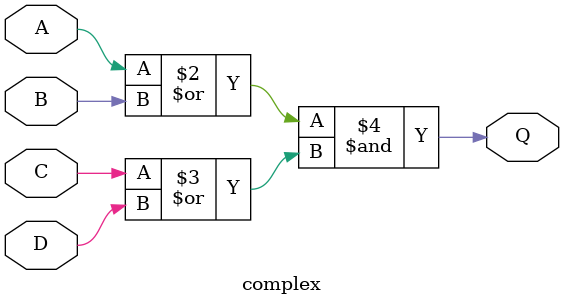
<source format=v>
`timescale 1ns/10ps
module complex (A, B, C, D, Q);
	input A,B,C,D;
	output Q;
	always@(*) begin
		Q <= (A|B)&(C|D);
  end
endmodule

</source>
